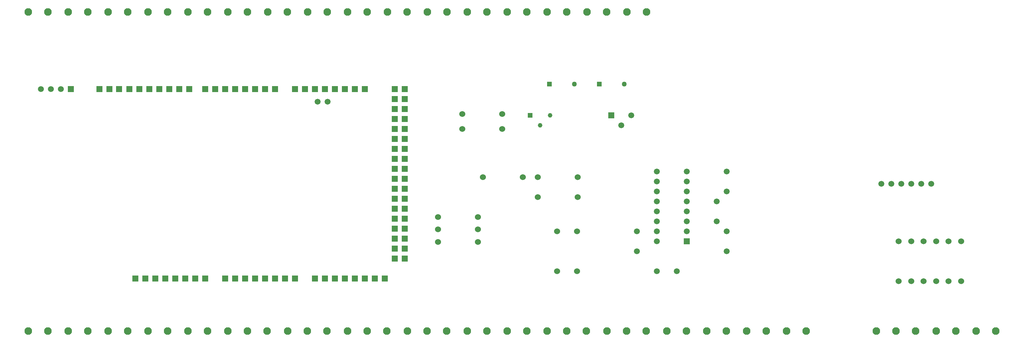
<source format=gbr>
G04 DipTrace 3.3.1.3*
G04 Bottom.gbr*
%MOIN*%
G04 #@! TF.FileFunction,Copper,L2,Bot*
G04 #@! TF.Part,Single*
G04 #@! TA.AperFunction,ComponentPad*
%ADD15C,0.059055*%
%ADD19C,0.076772*%
%ADD20R,0.059055X0.059055*%
%ADD21R,0.05X0.05*%
%ADD22C,0.05*%
%ADD23C,0.06*%
%ADD24C,0.06*%
%ADD25C,0.059055*%
%ADD26C,0.045997*%
%ADD27R,0.045997X0.045997*%
%FSLAX26Y26*%
G04*
G70*
G90*
G75*
G01*
G04 Bottom*
%LPD*%
D19*
X2613058Y3867979D3*
X2809908D3*
X3013058D3*
X3209908D3*
X3413058D3*
X3609908D3*
X6213058D3*
X6409908D3*
X613058Y667979D3*
X809908D3*
X6613058Y3867979D3*
X6809908D3*
X4613058D3*
X4809908D3*
D20*
X4388058Y1392979D3*
Y1492979D3*
Y1592979D3*
Y1692979D3*
Y1792979D3*
Y1892979D3*
Y1992979D3*
Y2092979D3*
Y2192979D3*
Y2292979D3*
Y2392979D3*
Y2492979D3*
Y2592979D3*
Y2692979D3*
Y2792979D3*
Y2892979D3*
Y2992979D3*
X4288058Y3092979D3*
Y1392979D3*
Y1492979D3*
Y1592979D3*
Y1692979D3*
Y1792979D3*
Y1892979D3*
Y1992979D3*
Y2092979D3*
Y2192979D3*
Y2292979D3*
Y2392979D3*
Y2492979D3*
Y2592979D3*
Y2692979D3*
Y2792979D3*
Y2892979D3*
Y2992979D3*
X4388058Y3092979D3*
X2188058Y1192979D3*
X1988058D3*
X1888058D3*
X1788058D3*
X1688058D3*
X3088058D3*
X2988058D3*
X2888058D3*
X2788058D3*
X2688058D3*
X2588058D3*
X2226058Y3092979D3*
X2126058D3*
X2026058D3*
X1926058D3*
X1826058D3*
X1726058D3*
X1626058D3*
X1525058D3*
X1426058D3*
X1326058D3*
X3088058D3*
X2988058D3*
X2888058D3*
X2788058D3*
X2688058D3*
X2588058D3*
X2488058D3*
X2388058D3*
X3288058D3*
X3388058D3*
X3488058D3*
X3588058D3*
X3688058D3*
X3788058D3*
X3888058D3*
X3988058D3*
X3188058Y1192979D3*
X3288058D3*
X3488058D3*
X3588058D3*
X3688058D3*
X3788058D3*
X3888058D3*
X3988058D3*
X4088058D3*
X4188058D3*
X2088058D3*
X2388058D3*
X2288058D3*
D19*
X1013058Y3867979D3*
X1209908D3*
D21*
X5838058Y3142979D3*
D22*
X6088058D3*
D19*
X9113058Y667979D3*
X9309908D3*
X9506759D3*
X5013058Y3867979D3*
X5209908D3*
X5413058D3*
X5609908D3*
X5813058D3*
X6009908D3*
X1013058Y667979D3*
X1209908D3*
X1413058D3*
X1609908D3*
D23*
X5569307Y2211730D3*
D24*
X5169307D3*
D19*
X1413058Y3867979D3*
X1609908D3*
D23*
X5363058Y2842979D3*
D24*
X4963058D3*
D21*
X6338058Y3142979D3*
D22*
X6588058D3*
D19*
X7013058Y667979D3*
X7209908D3*
X5813058D3*
X6009908D3*
X6206759D3*
X6413058D3*
X6609908D3*
X6806759D3*
X7413058D3*
X7609908D3*
X7813058D3*
X8009908D3*
X8213058D3*
X8409908D3*
X2613058D3*
X2809908D3*
X3006759D3*
D20*
X7213058Y1567979D3*
D25*
Y1667979D3*
Y1767979D3*
Y1867979D3*
Y1967979D3*
Y2067979D3*
Y2167979D3*
Y2267979D3*
X6913058D3*
Y2167979D3*
Y2067979D3*
Y1967979D3*
Y1867979D3*
Y1767979D3*
Y1667979D3*
Y1567979D3*
D23*
X9463058Y1167979D3*
D24*
Y1567979D3*
D23*
X9338058Y1167979D3*
D24*
Y1567979D3*
D23*
X9588058Y1167979D3*
D24*
Y1567979D3*
D23*
X9713058Y1167979D3*
D24*
Y1567979D3*
D23*
X9838058Y1167979D3*
D24*
Y1567979D3*
D23*
X9963058Y1167979D3*
D24*
Y1567979D3*
D23*
X4963058Y2692979D3*
D24*
X5363058D3*
D23*
X4718701Y1811399D3*
D24*
X5118701D3*
D23*
X4718701Y1686399D3*
D24*
X5118701D3*
D23*
X4718701Y1561399D3*
D24*
X5118701D3*
D20*
X6456807Y2830479D3*
D25*
X6556807Y2730479D3*
D15*
X6656807Y2830479D3*
X7613058Y1467979D3*
Y1667979D3*
X7513058Y1967979D3*
Y1767979D3*
X7613058Y2067979D3*
Y2267979D3*
X6713058Y1467979D3*
Y1667979D3*
X6913058Y1267979D3*
X7113058D3*
X3513058Y2967979D3*
X3613058D3*
D23*
X5913058Y1267979D3*
D24*
Y1667979D3*
D23*
X6113058Y1267979D3*
D24*
Y1667979D3*
D15*
X9663058Y2142979D3*
X9163058D3*
X9563058D3*
X9463058D3*
X9363058D3*
X9263058D3*
D19*
X613058Y3867979D3*
X809908D3*
X1813058D3*
X2009908D3*
X2213058D3*
X2409908D3*
X3813058D3*
X4009908D3*
X4213058D3*
X4409908D3*
X9713058Y667979D3*
X9909908D3*
X10113058D3*
X10309908D3*
X3213058D3*
X3409908D3*
X3606759D3*
X3813058D3*
X4009908D3*
X4206759D3*
X4413058D3*
X4609908D3*
X4806759D3*
X5013058D3*
X5209908D3*
X5413058D3*
X5609908D3*
D26*
X5844307Y2830479D3*
D27*
X5644307D3*
D26*
X5744307Y2730479D3*
D20*
X1038845Y3092979D3*
D25*
X938845D3*
X838845D3*
X738845D3*
D19*
X1813058Y667979D3*
X2009908D3*
X2213058D3*
X2409908D3*
D23*
X5718701Y2211399D3*
D24*
X6118701D3*
D23*
X5718701Y2011399D3*
D24*
X6118701D3*
M02*

</source>
